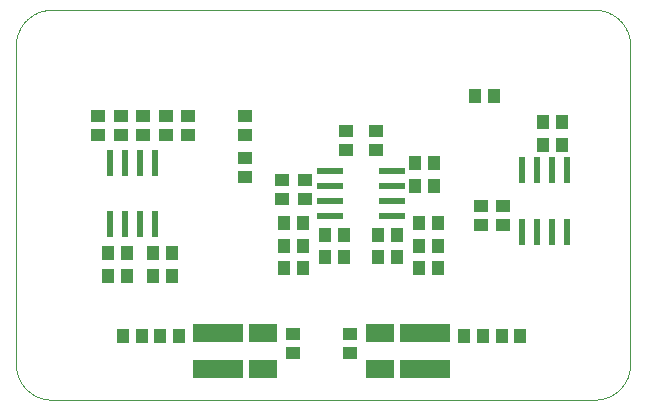
<source format=gtp>
G75*
%MOIN*%
%OFA0B0*%
%FSLAX25Y25*%
%IPPOS*%
%LPD*%
%AMOC8*
5,1,8,0,0,1.08239X$1,22.5*
%
%ADD10C,0.00394*%
%ADD11R,0.02362X0.08661*%
%ADD12R,0.05118X0.04331*%
%ADD13R,0.09449X0.06299*%
%ADD14R,0.08661X0.02362*%
%ADD15R,0.04331X0.05118*%
%ADD16R,0.16535X0.06299*%
D10*
X0032280Y0024681D02*
X0213383Y0024681D01*
X0213668Y0024684D01*
X0213954Y0024695D01*
X0214239Y0024712D01*
X0214523Y0024736D01*
X0214807Y0024767D01*
X0215090Y0024805D01*
X0215371Y0024850D01*
X0215652Y0024901D01*
X0215932Y0024959D01*
X0216210Y0025024D01*
X0216486Y0025096D01*
X0216760Y0025174D01*
X0217033Y0025259D01*
X0217303Y0025351D01*
X0217571Y0025449D01*
X0217837Y0025553D01*
X0218100Y0025664D01*
X0218360Y0025781D01*
X0218618Y0025904D01*
X0218872Y0026034D01*
X0219123Y0026170D01*
X0219371Y0026311D01*
X0219615Y0026459D01*
X0219856Y0026612D01*
X0220092Y0026772D01*
X0220325Y0026937D01*
X0220554Y0027107D01*
X0220779Y0027283D01*
X0220999Y0027465D01*
X0221215Y0027651D01*
X0221426Y0027843D01*
X0221633Y0028040D01*
X0221835Y0028242D01*
X0222032Y0028449D01*
X0222224Y0028660D01*
X0222410Y0028876D01*
X0222592Y0029096D01*
X0222768Y0029321D01*
X0222938Y0029550D01*
X0223103Y0029783D01*
X0223263Y0030019D01*
X0223416Y0030260D01*
X0223564Y0030504D01*
X0223705Y0030752D01*
X0223841Y0031003D01*
X0223971Y0031257D01*
X0224094Y0031515D01*
X0224211Y0031775D01*
X0224322Y0032038D01*
X0224426Y0032304D01*
X0224524Y0032572D01*
X0224616Y0032842D01*
X0224701Y0033115D01*
X0224779Y0033389D01*
X0224851Y0033665D01*
X0224916Y0033943D01*
X0224974Y0034223D01*
X0225025Y0034504D01*
X0225070Y0034785D01*
X0225108Y0035068D01*
X0225139Y0035352D01*
X0225163Y0035636D01*
X0225180Y0035921D01*
X0225191Y0036207D01*
X0225194Y0036492D01*
X0225194Y0142791D01*
X0225191Y0143076D01*
X0225180Y0143362D01*
X0225163Y0143647D01*
X0225139Y0143931D01*
X0225108Y0144215D01*
X0225070Y0144498D01*
X0225025Y0144779D01*
X0224974Y0145060D01*
X0224916Y0145340D01*
X0224851Y0145618D01*
X0224779Y0145894D01*
X0224701Y0146168D01*
X0224616Y0146441D01*
X0224524Y0146711D01*
X0224426Y0146979D01*
X0224322Y0147245D01*
X0224211Y0147508D01*
X0224094Y0147768D01*
X0223971Y0148026D01*
X0223841Y0148280D01*
X0223705Y0148531D01*
X0223564Y0148779D01*
X0223416Y0149023D01*
X0223263Y0149264D01*
X0223103Y0149500D01*
X0222938Y0149733D01*
X0222768Y0149962D01*
X0222592Y0150187D01*
X0222410Y0150407D01*
X0222224Y0150623D01*
X0222032Y0150834D01*
X0221835Y0151041D01*
X0221633Y0151243D01*
X0221426Y0151440D01*
X0221215Y0151632D01*
X0220999Y0151818D01*
X0220779Y0152000D01*
X0220554Y0152176D01*
X0220325Y0152346D01*
X0220092Y0152511D01*
X0219856Y0152671D01*
X0219615Y0152824D01*
X0219371Y0152972D01*
X0219123Y0153113D01*
X0218872Y0153249D01*
X0218618Y0153379D01*
X0218360Y0153502D01*
X0218100Y0153619D01*
X0217837Y0153730D01*
X0217571Y0153834D01*
X0217303Y0153932D01*
X0217033Y0154024D01*
X0216760Y0154109D01*
X0216486Y0154187D01*
X0216210Y0154259D01*
X0215932Y0154324D01*
X0215652Y0154382D01*
X0215371Y0154433D01*
X0215090Y0154478D01*
X0214807Y0154516D01*
X0214523Y0154547D01*
X0214239Y0154571D01*
X0213954Y0154588D01*
X0213668Y0154599D01*
X0213383Y0154602D01*
X0032280Y0154602D01*
X0031995Y0154599D01*
X0031709Y0154588D01*
X0031424Y0154571D01*
X0031140Y0154547D01*
X0030856Y0154516D01*
X0030573Y0154478D01*
X0030292Y0154433D01*
X0030011Y0154382D01*
X0029731Y0154324D01*
X0029453Y0154259D01*
X0029177Y0154187D01*
X0028903Y0154109D01*
X0028630Y0154024D01*
X0028360Y0153932D01*
X0028092Y0153834D01*
X0027826Y0153730D01*
X0027563Y0153619D01*
X0027303Y0153502D01*
X0027045Y0153379D01*
X0026791Y0153249D01*
X0026540Y0153113D01*
X0026292Y0152972D01*
X0026048Y0152824D01*
X0025807Y0152671D01*
X0025571Y0152511D01*
X0025338Y0152346D01*
X0025109Y0152176D01*
X0024884Y0152000D01*
X0024664Y0151818D01*
X0024448Y0151632D01*
X0024237Y0151440D01*
X0024030Y0151243D01*
X0023828Y0151041D01*
X0023631Y0150834D01*
X0023439Y0150623D01*
X0023253Y0150407D01*
X0023071Y0150187D01*
X0022895Y0149962D01*
X0022725Y0149733D01*
X0022560Y0149500D01*
X0022400Y0149264D01*
X0022247Y0149023D01*
X0022099Y0148779D01*
X0021958Y0148531D01*
X0021822Y0148280D01*
X0021692Y0148026D01*
X0021569Y0147768D01*
X0021452Y0147508D01*
X0021341Y0147245D01*
X0021237Y0146979D01*
X0021139Y0146711D01*
X0021047Y0146441D01*
X0020962Y0146168D01*
X0020884Y0145894D01*
X0020812Y0145618D01*
X0020747Y0145340D01*
X0020689Y0145060D01*
X0020638Y0144779D01*
X0020593Y0144498D01*
X0020555Y0144215D01*
X0020524Y0143931D01*
X0020500Y0143647D01*
X0020483Y0143362D01*
X0020472Y0143076D01*
X0020469Y0142791D01*
X0020469Y0036492D01*
X0020472Y0036207D01*
X0020483Y0035921D01*
X0020500Y0035636D01*
X0020524Y0035352D01*
X0020555Y0035068D01*
X0020593Y0034785D01*
X0020638Y0034504D01*
X0020689Y0034223D01*
X0020747Y0033943D01*
X0020812Y0033665D01*
X0020884Y0033389D01*
X0020962Y0033115D01*
X0021047Y0032842D01*
X0021139Y0032572D01*
X0021237Y0032304D01*
X0021341Y0032038D01*
X0021452Y0031775D01*
X0021569Y0031515D01*
X0021692Y0031257D01*
X0021822Y0031003D01*
X0021958Y0030752D01*
X0022099Y0030504D01*
X0022247Y0030260D01*
X0022400Y0030019D01*
X0022560Y0029783D01*
X0022725Y0029550D01*
X0022895Y0029321D01*
X0023071Y0029096D01*
X0023253Y0028876D01*
X0023439Y0028660D01*
X0023631Y0028449D01*
X0023828Y0028242D01*
X0024030Y0028040D01*
X0024237Y0027843D01*
X0024448Y0027651D01*
X0024664Y0027465D01*
X0024884Y0027283D01*
X0025109Y0027107D01*
X0025338Y0026937D01*
X0025571Y0026772D01*
X0025807Y0026612D01*
X0026048Y0026459D01*
X0026292Y0026311D01*
X0026540Y0026170D01*
X0026791Y0026034D01*
X0027045Y0025904D01*
X0027303Y0025781D01*
X0027563Y0025664D01*
X0027826Y0025553D01*
X0028092Y0025449D01*
X0028360Y0025351D01*
X0028630Y0025259D01*
X0028903Y0025174D01*
X0029177Y0025096D01*
X0029453Y0025024D01*
X0029731Y0024959D01*
X0030011Y0024901D01*
X0030292Y0024850D01*
X0030573Y0024805D01*
X0030856Y0024767D01*
X0031140Y0024736D01*
X0031424Y0024712D01*
X0031709Y0024695D01*
X0031995Y0024684D01*
X0032280Y0024681D01*
D11*
X0051719Y0083195D03*
X0056719Y0083195D03*
X0061719Y0083195D03*
X0066719Y0083195D03*
X0066719Y0103667D03*
X0061719Y0103667D03*
X0056719Y0103667D03*
X0051719Y0103667D03*
X0189219Y0101167D03*
X0194219Y0101167D03*
X0199219Y0101167D03*
X0204219Y0101167D03*
X0204219Y0080695D03*
X0199219Y0080695D03*
X0194219Y0080695D03*
X0189219Y0080695D03*
D12*
X0182969Y0082781D03*
X0182969Y0089081D03*
X0175469Y0089081D03*
X0175469Y0082781D03*
X0140469Y0107781D03*
X0140469Y0114081D03*
X0130469Y0114081D03*
X0130469Y0107781D03*
X0116719Y0097831D03*
X0116719Y0091531D03*
X0109219Y0091531D03*
X0109219Y0097831D03*
X0096719Y0099031D03*
X0096719Y0105331D03*
X0096719Y0112781D03*
X0096719Y0119081D03*
X0077969Y0119081D03*
X0070469Y0119081D03*
X0062969Y0119081D03*
X0055469Y0119081D03*
X0047969Y0119081D03*
X0047969Y0112781D03*
X0055469Y0112781D03*
X0062969Y0112781D03*
X0070469Y0112781D03*
X0077969Y0112781D03*
X0112969Y0046581D03*
X0112969Y0040281D03*
X0131719Y0040281D03*
X0131719Y0046581D03*
D13*
X0141719Y0046837D03*
X0141719Y0035026D03*
X0102969Y0035026D03*
X0102969Y0046837D03*
D14*
X0125233Y0085931D03*
X0125233Y0090931D03*
X0125233Y0095931D03*
X0125233Y0100931D03*
X0145705Y0100931D03*
X0145705Y0095931D03*
X0145705Y0090931D03*
X0145705Y0085931D03*
D15*
X0154820Y0083431D03*
X0161119Y0083431D03*
X0161119Y0075931D03*
X0154820Y0075931D03*
X0147369Y0072181D03*
X0141070Y0072181D03*
X0141070Y0079681D03*
X0147369Y0079681D03*
X0154820Y0068431D03*
X0161119Y0068431D03*
X0169820Y0045931D03*
X0176119Y0045931D03*
X0182320Y0045931D03*
X0188619Y0045931D03*
X0129869Y0072181D03*
X0123570Y0072181D03*
X0116119Y0068431D03*
X0109820Y0068431D03*
X0109820Y0075931D03*
X0116119Y0075931D03*
X0123570Y0079681D03*
X0129869Y0079681D03*
X0116119Y0083431D03*
X0109820Y0083431D03*
X0072369Y0073431D03*
X0066070Y0073431D03*
X0066070Y0065931D03*
X0072369Y0065931D03*
X0057369Y0065931D03*
X0051070Y0065931D03*
X0051070Y0073431D03*
X0057369Y0073431D03*
X0056070Y0045931D03*
X0062369Y0045931D03*
X0068570Y0045931D03*
X0074869Y0045931D03*
X0153570Y0095931D03*
X0159869Y0095931D03*
X0159869Y0103431D03*
X0153570Y0103431D03*
X0173570Y0125931D03*
X0179869Y0125931D03*
X0196070Y0117181D03*
X0202369Y0117181D03*
X0202369Y0109681D03*
X0196070Y0109681D03*
D16*
X0156719Y0046837D03*
X0156719Y0035026D03*
X0087969Y0035026D03*
X0087969Y0046837D03*
M02*

</source>
